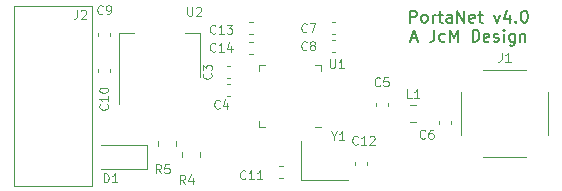
<source format=gbr>
G04 #@! TF.GenerationSoftware,KiCad,Pcbnew,6.0.4+dfsg-1+b1*
G04 #@! TF.CreationDate,2022-05-02T16:53:39-04:00*
G04 #@! TF.ProjectId,PortaNet,506f7274-614e-4657-942e-6b696361645f,4.0*
G04 #@! TF.SameCoordinates,Original*
G04 #@! TF.FileFunction,Legend,Top*
G04 #@! TF.FilePolarity,Positive*
%FSLAX46Y46*%
G04 Gerber Fmt 4.6, Leading zero omitted, Abs format (unit mm)*
G04 Created by KiCad (PCBNEW 6.0.4+dfsg-1+b1) date 2022-05-02 16:53:39*
%MOMM*%
%LPD*%
G01*
G04 APERTURE LIST*
%ADD10C,0.150000*%
%ADD11C,0.100000*%
%ADD12C,0.120000*%
G04 APERTURE END LIST*
D10*
X172974619Y-65179380D02*
X172974619Y-64179380D01*
X173355571Y-64179380D01*
X173450809Y-64227000D01*
X173498428Y-64274619D01*
X173546047Y-64369857D01*
X173546047Y-64512714D01*
X173498428Y-64607952D01*
X173450809Y-64655571D01*
X173355571Y-64703190D01*
X172974619Y-64703190D01*
X174117476Y-65179380D02*
X174022238Y-65131761D01*
X173974619Y-65084142D01*
X173927000Y-64988904D01*
X173927000Y-64703190D01*
X173974619Y-64607952D01*
X174022238Y-64560333D01*
X174117476Y-64512714D01*
X174260333Y-64512714D01*
X174355571Y-64560333D01*
X174403190Y-64607952D01*
X174450809Y-64703190D01*
X174450809Y-64988904D01*
X174403190Y-65084142D01*
X174355571Y-65131761D01*
X174260333Y-65179380D01*
X174117476Y-65179380D01*
X174879380Y-65179380D02*
X174879380Y-64512714D01*
X174879380Y-64703190D02*
X174927000Y-64607952D01*
X174974619Y-64560333D01*
X175069857Y-64512714D01*
X175165095Y-64512714D01*
X175355571Y-64512714D02*
X175736523Y-64512714D01*
X175498428Y-64179380D02*
X175498428Y-65036523D01*
X175546047Y-65131761D01*
X175641285Y-65179380D01*
X175736523Y-65179380D01*
X176498428Y-65179380D02*
X176498428Y-64655571D01*
X176450809Y-64560333D01*
X176355571Y-64512714D01*
X176165095Y-64512714D01*
X176069857Y-64560333D01*
X176498428Y-65131761D02*
X176403190Y-65179380D01*
X176165095Y-65179380D01*
X176069857Y-65131761D01*
X176022238Y-65036523D01*
X176022238Y-64941285D01*
X176069857Y-64846047D01*
X176165095Y-64798428D01*
X176403190Y-64798428D01*
X176498428Y-64750809D01*
X176974619Y-65179380D02*
X176974619Y-64179380D01*
X177546047Y-65179380D01*
X177546047Y-64179380D01*
X178403190Y-65131761D02*
X178307952Y-65179380D01*
X178117476Y-65179380D01*
X178022238Y-65131761D01*
X177974619Y-65036523D01*
X177974619Y-64655571D01*
X178022238Y-64560333D01*
X178117476Y-64512714D01*
X178307952Y-64512714D01*
X178403190Y-64560333D01*
X178450809Y-64655571D01*
X178450809Y-64750809D01*
X177974619Y-64846047D01*
X178736523Y-64512714D02*
X179117476Y-64512714D01*
X178879380Y-64179380D02*
X178879380Y-65036523D01*
X178927000Y-65131761D01*
X179022238Y-65179380D01*
X179117476Y-65179380D01*
X180117476Y-64512714D02*
X180355571Y-65179380D01*
X180593666Y-64512714D01*
X181403190Y-64512714D02*
X181403190Y-65179380D01*
X181165095Y-64131761D02*
X180927000Y-64846047D01*
X181546047Y-64846047D01*
X181927000Y-65084142D02*
X181974619Y-65131761D01*
X181927000Y-65179380D01*
X181879380Y-65131761D01*
X181927000Y-65084142D01*
X181927000Y-65179380D01*
X182593666Y-64179380D02*
X182688904Y-64179380D01*
X182784142Y-64227000D01*
X182831761Y-64274619D01*
X182879380Y-64369857D01*
X182927000Y-64560333D01*
X182927000Y-64798428D01*
X182879380Y-64988904D01*
X182831761Y-65084142D01*
X182784142Y-65131761D01*
X182688904Y-65179380D01*
X182593666Y-65179380D01*
X182498428Y-65131761D01*
X182450809Y-65084142D01*
X182403190Y-64988904D01*
X182355571Y-64798428D01*
X182355571Y-64560333D01*
X182403190Y-64369857D01*
X182450809Y-64274619D01*
X182498428Y-64227000D01*
X182593666Y-64179380D01*
X173069857Y-66503666D02*
X173546047Y-66503666D01*
X172974619Y-66789380D02*
X173307952Y-65789380D01*
X173641285Y-66789380D01*
X175022238Y-65789380D02*
X175022238Y-66503666D01*
X174974619Y-66646523D01*
X174879380Y-66741761D01*
X174736523Y-66789380D01*
X174641285Y-66789380D01*
X175927000Y-66741761D02*
X175831761Y-66789380D01*
X175641285Y-66789380D01*
X175546047Y-66741761D01*
X175498428Y-66694142D01*
X175450809Y-66598904D01*
X175450809Y-66313190D01*
X175498428Y-66217952D01*
X175546047Y-66170333D01*
X175641285Y-66122714D01*
X175831761Y-66122714D01*
X175927000Y-66170333D01*
X176355571Y-66789380D02*
X176355571Y-65789380D01*
X176688904Y-66503666D01*
X177022238Y-65789380D01*
X177022238Y-66789380D01*
X178260333Y-66789380D02*
X178260333Y-65789380D01*
X178498428Y-65789380D01*
X178641285Y-65837000D01*
X178736523Y-65932238D01*
X178784142Y-66027476D01*
X178831761Y-66217952D01*
X178831761Y-66360809D01*
X178784142Y-66551285D01*
X178736523Y-66646523D01*
X178641285Y-66741761D01*
X178498428Y-66789380D01*
X178260333Y-66789380D01*
X179641285Y-66741761D02*
X179546047Y-66789380D01*
X179355571Y-66789380D01*
X179260333Y-66741761D01*
X179212714Y-66646523D01*
X179212714Y-66265571D01*
X179260333Y-66170333D01*
X179355571Y-66122714D01*
X179546047Y-66122714D01*
X179641285Y-66170333D01*
X179688904Y-66265571D01*
X179688904Y-66360809D01*
X179212714Y-66456047D01*
X180069857Y-66741761D02*
X180165095Y-66789380D01*
X180355571Y-66789380D01*
X180450809Y-66741761D01*
X180498428Y-66646523D01*
X180498428Y-66598904D01*
X180450809Y-66503666D01*
X180355571Y-66456047D01*
X180212714Y-66456047D01*
X180117476Y-66408428D01*
X180069857Y-66313190D01*
X180069857Y-66265571D01*
X180117476Y-66170333D01*
X180212714Y-66122714D01*
X180355571Y-66122714D01*
X180450809Y-66170333D01*
X180927000Y-66789380D02*
X180927000Y-66122714D01*
X180927000Y-65789380D02*
X180879380Y-65837000D01*
X180927000Y-65884619D01*
X180974619Y-65837000D01*
X180927000Y-65789380D01*
X180927000Y-65884619D01*
X181831761Y-66122714D02*
X181831761Y-66932238D01*
X181784142Y-67027476D01*
X181736523Y-67075095D01*
X181641285Y-67122714D01*
X181498428Y-67122714D01*
X181403190Y-67075095D01*
X181831761Y-66741761D02*
X181736523Y-66789380D01*
X181546047Y-66789380D01*
X181450809Y-66741761D01*
X181403190Y-66694142D01*
X181355571Y-66598904D01*
X181355571Y-66313190D01*
X181403190Y-66217952D01*
X181450809Y-66170333D01*
X181546047Y-66122714D01*
X181736523Y-66122714D01*
X181831761Y-66170333D01*
X182307952Y-66122714D02*
X182307952Y-66789380D01*
X182307952Y-66217952D02*
X182355571Y-66170333D01*
X182450809Y-66122714D01*
X182593666Y-66122714D01*
X182688904Y-66170333D01*
X182736523Y-66265571D01*
X182736523Y-66789380D01*
D11*
X151894000Y-77936285D02*
X151644000Y-77579142D01*
X151465428Y-77936285D02*
X151465428Y-77186285D01*
X151751142Y-77186285D01*
X151822571Y-77222000D01*
X151858285Y-77257714D01*
X151894000Y-77329142D01*
X151894000Y-77436285D01*
X151858285Y-77507714D01*
X151822571Y-77543428D01*
X151751142Y-77579142D01*
X151465428Y-77579142D01*
X152572571Y-77186285D02*
X152215428Y-77186285D01*
X152179714Y-77543428D01*
X152215428Y-77507714D01*
X152286857Y-77472000D01*
X152465428Y-77472000D01*
X152536857Y-77507714D01*
X152572571Y-77543428D01*
X152608285Y-77614857D01*
X152608285Y-77793428D01*
X152572571Y-77864857D01*
X152536857Y-77900571D01*
X152465428Y-77936285D01*
X152286857Y-77936285D01*
X152215428Y-77900571D01*
X152179714Y-77864857D01*
X153926000Y-78825285D02*
X153676000Y-78468142D01*
X153497428Y-78825285D02*
X153497428Y-78075285D01*
X153783142Y-78075285D01*
X153854571Y-78111000D01*
X153890285Y-78146714D01*
X153926000Y-78218142D01*
X153926000Y-78325285D01*
X153890285Y-78396714D01*
X153854571Y-78432428D01*
X153783142Y-78468142D01*
X153497428Y-78468142D01*
X154568857Y-78325285D02*
X154568857Y-78825285D01*
X154390285Y-78039571D02*
X154211714Y-78575285D01*
X154676000Y-78575285D01*
X156489857Y-67577857D02*
X156454142Y-67613571D01*
X156347000Y-67649285D01*
X156275571Y-67649285D01*
X156168428Y-67613571D01*
X156097000Y-67542142D01*
X156061285Y-67470714D01*
X156025571Y-67327857D01*
X156025571Y-67220714D01*
X156061285Y-67077857D01*
X156097000Y-67006428D01*
X156168428Y-66935000D01*
X156275571Y-66899285D01*
X156347000Y-66899285D01*
X156454142Y-66935000D01*
X156489857Y-66970714D01*
X157204142Y-67649285D02*
X156775571Y-67649285D01*
X156989857Y-67649285D02*
X156989857Y-66899285D01*
X156918428Y-67006428D01*
X156847000Y-67077857D01*
X156775571Y-67113571D01*
X157847000Y-67149285D02*
X157847000Y-67649285D01*
X157668428Y-66863571D02*
X157489857Y-67399285D01*
X157954142Y-67399285D01*
X156489857Y-66053857D02*
X156454142Y-66089571D01*
X156347000Y-66125285D01*
X156275571Y-66125285D01*
X156168428Y-66089571D01*
X156097000Y-66018142D01*
X156061285Y-65946714D01*
X156025571Y-65803857D01*
X156025571Y-65696714D01*
X156061285Y-65553857D01*
X156097000Y-65482428D01*
X156168428Y-65411000D01*
X156275571Y-65375285D01*
X156347000Y-65375285D01*
X156454142Y-65411000D01*
X156489857Y-65446714D01*
X157204142Y-66125285D02*
X156775571Y-66125285D01*
X156989857Y-66125285D02*
X156989857Y-65375285D01*
X156918428Y-65482428D01*
X156847000Y-65553857D01*
X156775571Y-65589571D01*
X157454142Y-65375285D02*
X157918428Y-65375285D01*
X157668428Y-65661000D01*
X157775571Y-65661000D01*
X157847000Y-65696714D01*
X157882714Y-65732428D01*
X157918428Y-65803857D01*
X157918428Y-65982428D01*
X157882714Y-66053857D01*
X157847000Y-66089571D01*
X157775571Y-66125285D01*
X157561285Y-66125285D01*
X157489857Y-66089571D01*
X157454142Y-66053857D01*
X164213000Y-67450857D02*
X164177285Y-67486571D01*
X164070142Y-67522285D01*
X163998714Y-67522285D01*
X163891571Y-67486571D01*
X163820142Y-67415142D01*
X163784428Y-67343714D01*
X163748714Y-67200857D01*
X163748714Y-67093714D01*
X163784428Y-66950857D01*
X163820142Y-66879428D01*
X163891571Y-66808000D01*
X163998714Y-66772285D01*
X164070142Y-66772285D01*
X164177285Y-66808000D01*
X164213000Y-66843714D01*
X164641571Y-67093714D02*
X164570142Y-67058000D01*
X164534428Y-67022285D01*
X164498714Y-66950857D01*
X164498714Y-66915142D01*
X164534428Y-66843714D01*
X164570142Y-66808000D01*
X164641571Y-66772285D01*
X164784428Y-66772285D01*
X164855857Y-66808000D01*
X164891571Y-66843714D01*
X164927285Y-66915142D01*
X164927285Y-66950857D01*
X164891571Y-67022285D01*
X164855857Y-67058000D01*
X164784428Y-67093714D01*
X164641571Y-67093714D01*
X164570142Y-67129428D01*
X164534428Y-67165142D01*
X164498714Y-67236571D01*
X164498714Y-67379428D01*
X164534428Y-67450857D01*
X164570142Y-67486571D01*
X164641571Y-67522285D01*
X164784428Y-67522285D01*
X164855857Y-67486571D01*
X164891571Y-67450857D01*
X164927285Y-67379428D01*
X164927285Y-67236571D01*
X164891571Y-67165142D01*
X164855857Y-67129428D01*
X164784428Y-67093714D01*
X164213000Y-65926857D02*
X164177285Y-65962571D01*
X164070142Y-65998285D01*
X163998714Y-65998285D01*
X163891571Y-65962571D01*
X163820142Y-65891142D01*
X163784428Y-65819714D01*
X163748714Y-65676857D01*
X163748714Y-65569714D01*
X163784428Y-65426857D01*
X163820142Y-65355428D01*
X163891571Y-65284000D01*
X163998714Y-65248285D01*
X164070142Y-65248285D01*
X164177285Y-65284000D01*
X164213000Y-65319714D01*
X164463000Y-65248285D02*
X164963000Y-65248285D01*
X164641571Y-65998285D01*
X180725000Y-67737285D02*
X180725000Y-68273000D01*
X180689285Y-68380142D01*
X180617857Y-68451571D01*
X180510714Y-68487285D01*
X180439285Y-68487285D01*
X181475000Y-68487285D02*
X181046428Y-68487285D01*
X181260714Y-68487285D02*
X181260714Y-67737285D01*
X181189285Y-67844428D01*
X181117857Y-67915857D01*
X181046428Y-67951571D01*
X173103000Y-71587285D02*
X172745857Y-71587285D01*
X172745857Y-70837285D01*
X173745857Y-71587285D02*
X173317285Y-71587285D01*
X173531571Y-71587285D02*
X173531571Y-70837285D01*
X173460142Y-70944428D01*
X173388714Y-71015857D01*
X173317285Y-71051571D01*
X156847000Y-72403857D02*
X156811285Y-72439571D01*
X156704142Y-72475285D01*
X156632714Y-72475285D01*
X156525571Y-72439571D01*
X156454142Y-72368142D01*
X156418428Y-72296714D01*
X156382714Y-72153857D01*
X156382714Y-72046714D01*
X156418428Y-71903857D01*
X156454142Y-71832428D01*
X156525571Y-71761000D01*
X156632714Y-71725285D01*
X156704142Y-71725285D01*
X156811285Y-71761000D01*
X156847000Y-71796714D01*
X157489857Y-71975285D02*
X157489857Y-72475285D01*
X157311285Y-71689571D02*
X157132714Y-72225285D01*
X157597000Y-72225285D01*
X144784000Y-64105285D02*
X144784000Y-64641000D01*
X144748285Y-64748142D01*
X144676857Y-64819571D01*
X144569714Y-64855285D01*
X144498285Y-64855285D01*
X145105428Y-64176714D02*
X145141142Y-64141000D01*
X145212571Y-64105285D01*
X145391142Y-64105285D01*
X145462571Y-64141000D01*
X145498285Y-64176714D01*
X145534000Y-64248142D01*
X145534000Y-64319571D01*
X145498285Y-64426714D01*
X145069714Y-64855285D01*
X145534000Y-64855285D01*
X174246000Y-74943857D02*
X174210285Y-74979571D01*
X174103142Y-75015285D01*
X174031714Y-75015285D01*
X173924571Y-74979571D01*
X173853142Y-74908142D01*
X173817428Y-74836714D01*
X173781714Y-74693857D01*
X173781714Y-74586714D01*
X173817428Y-74443857D01*
X173853142Y-74372428D01*
X173924571Y-74301000D01*
X174031714Y-74265285D01*
X174103142Y-74265285D01*
X174210285Y-74301000D01*
X174246000Y-74336714D01*
X174888857Y-74265285D02*
X174746000Y-74265285D01*
X174674571Y-74301000D01*
X174638857Y-74336714D01*
X174567428Y-74443857D01*
X174531714Y-74586714D01*
X174531714Y-74872428D01*
X174567428Y-74943857D01*
X174603142Y-74979571D01*
X174674571Y-75015285D01*
X174817428Y-75015285D01*
X174888857Y-74979571D01*
X174924571Y-74943857D01*
X174960285Y-74872428D01*
X174960285Y-74693857D01*
X174924571Y-74622428D01*
X174888857Y-74586714D01*
X174817428Y-74551000D01*
X174674571Y-74551000D01*
X174603142Y-74586714D01*
X174567428Y-74622428D01*
X174531714Y-74693857D01*
X156096857Y-69467000D02*
X156132571Y-69502714D01*
X156168285Y-69609857D01*
X156168285Y-69681285D01*
X156132571Y-69788428D01*
X156061142Y-69859857D01*
X155989714Y-69895571D01*
X155846857Y-69931285D01*
X155739714Y-69931285D01*
X155596857Y-69895571D01*
X155525428Y-69859857D01*
X155454000Y-69788428D01*
X155418285Y-69681285D01*
X155418285Y-69609857D01*
X155454000Y-69502714D01*
X155489714Y-69467000D01*
X155418285Y-69217000D02*
X155418285Y-68752714D01*
X155704000Y-69002714D01*
X155704000Y-68895571D01*
X155739714Y-68824142D01*
X155775428Y-68788428D01*
X155846857Y-68752714D01*
X156025428Y-68752714D01*
X156096857Y-68788428D01*
X156132571Y-68824142D01*
X156168285Y-68895571D01*
X156168285Y-69109857D01*
X156132571Y-69181285D01*
X156096857Y-69217000D01*
X166179571Y-68296285D02*
X166179571Y-68903428D01*
X166215285Y-68974857D01*
X166251000Y-69010571D01*
X166322428Y-69046285D01*
X166465285Y-69046285D01*
X166536714Y-69010571D01*
X166572428Y-68974857D01*
X166608142Y-68903428D01*
X166608142Y-68296285D01*
X167358142Y-69046285D02*
X166929571Y-69046285D01*
X167143857Y-69046285D02*
X167143857Y-68296285D01*
X167072428Y-68403428D01*
X167001000Y-68474857D01*
X166929571Y-68510571D01*
X147333857Y-72110142D02*
X147369571Y-72145857D01*
X147405285Y-72253000D01*
X147405285Y-72324428D01*
X147369571Y-72431571D01*
X147298142Y-72503000D01*
X147226714Y-72538714D01*
X147083857Y-72574428D01*
X146976714Y-72574428D01*
X146833857Y-72538714D01*
X146762428Y-72503000D01*
X146691000Y-72431571D01*
X146655285Y-72324428D01*
X146655285Y-72253000D01*
X146691000Y-72145857D01*
X146726714Y-72110142D01*
X147405285Y-71395857D02*
X147405285Y-71824428D01*
X147405285Y-71610142D02*
X146655285Y-71610142D01*
X146762428Y-71681571D01*
X146833857Y-71753000D01*
X146869571Y-71824428D01*
X146655285Y-70931571D02*
X146655285Y-70860142D01*
X146691000Y-70788714D01*
X146726714Y-70753000D01*
X146798142Y-70717285D01*
X146941000Y-70681571D01*
X147119571Y-70681571D01*
X147262428Y-70717285D01*
X147333857Y-70753000D01*
X147369571Y-70788714D01*
X147405285Y-70860142D01*
X147405285Y-70931571D01*
X147369571Y-71003000D01*
X147333857Y-71038714D01*
X147262428Y-71074428D01*
X147119571Y-71110142D01*
X146941000Y-71110142D01*
X146798142Y-71074428D01*
X146726714Y-71038714D01*
X146691000Y-71003000D01*
X146655285Y-70931571D01*
X154114571Y-63851285D02*
X154114571Y-64458428D01*
X154150285Y-64529857D01*
X154186000Y-64565571D01*
X154257428Y-64601285D01*
X154400285Y-64601285D01*
X154471714Y-64565571D01*
X154507428Y-64529857D01*
X154543142Y-64458428D01*
X154543142Y-63851285D01*
X154864571Y-63922714D02*
X154900285Y-63887000D01*
X154971714Y-63851285D01*
X155150285Y-63851285D01*
X155221714Y-63887000D01*
X155257428Y-63922714D01*
X155293142Y-63994142D01*
X155293142Y-64065571D01*
X155257428Y-64172714D01*
X154828857Y-64601285D01*
X155293142Y-64601285D01*
X170436000Y-70498857D02*
X170400285Y-70534571D01*
X170293142Y-70570285D01*
X170221714Y-70570285D01*
X170114571Y-70534571D01*
X170043142Y-70463142D01*
X170007428Y-70391714D01*
X169971714Y-70248857D01*
X169971714Y-70141714D01*
X170007428Y-69998857D01*
X170043142Y-69927428D01*
X170114571Y-69856000D01*
X170221714Y-69820285D01*
X170293142Y-69820285D01*
X170400285Y-69856000D01*
X170436000Y-69891714D01*
X171114571Y-69820285D02*
X170757428Y-69820285D01*
X170721714Y-70177428D01*
X170757428Y-70141714D01*
X170828857Y-70106000D01*
X171007428Y-70106000D01*
X171078857Y-70141714D01*
X171114571Y-70177428D01*
X171150285Y-70248857D01*
X171150285Y-70427428D01*
X171114571Y-70498857D01*
X171078857Y-70534571D01*
X171007428Y-70570285D01*
X170828857Y-70570285D01*
X170757428Y-70534571D01*
X170721714Y-70498857D01*
X166520857Y-74785142D02*
X166520857Y-75142285D01*
X166270857Y-74392285D02*
X166520857Y-74785142D01*
X166770857Y-74392285D01*
X167413714Y-75142285D02*
X166985142Y-75142285D01*
X167199428Y-75142285D02*
X167199428Y-74392285D01*
X167128000Y-74499428D01*
X167056571Y-74570857D01*
X166985142Y-74606571D01*
X168554857Y-75451857D02*
X168519142Y-75487571D01*
X168412000Y-75523285D01*
X168340571Y-75523285D01*
X168233428Y-75487571D01*
X168162000Y-75416142D01*
X168126285Y-75344714D01*
X168090571Y-75201857D01*
X168090571Y-75094714D01*
X168126285Y-74951857D01*
X168162000Y-74880428D01*
X168233428Y-74809000D01*
X168340571Y-74773285D01*
X168412000Y-74773285D01*
X168519142Y-74809000D01*
X168554857Y-74844714D01*
X169269142Y-75523285D02*
X168840571Y-75523285D01*
X169054857Y-75523285D02*
X169054857Y-74773285D01*
X168983428Y-74880428D01*
X168912000Y-74951857D01*
X168840571Y-74987571D01*
X169554857Y-74844714D02*
X169590571Y-74809000D01*
X169662000Y-74773285D01*
X169840571Y-74773285D01*
X169912000Y-74809000D01*
X169947714Y-74844714D01*
X169983428Y-74916142D01*
X169983428Y-74987571D01*
X169947714Y-75094714D01*
X169519142Y-75523285D01*
X169983428Y-75523285D01*
X159029857Y-78372857D02*
X158994142Y-78408571D01*
X158887000Y-78444285D01*
X158815571Y-78444285D01*
X158708428Y-78408571D01*
X158637000Y-78337142D01*
X158601285Y-78265714D01*
X158565571Y-78122857D01*
X158565571Y-78015714D01*
X158601285Y-77872857D01*
X158637000Y-77801428D01*
X158708428Y-77730000D01*
X158815571Y-77694285D01*
X158887000Y-77694285D01*
X158994142Y-77730000D01*
X159029857Y-77765714D01*
X159744142Y-78444285D02*
X159315571Y-78444285D01*
X159529857Y-78444285D02*
X159529857Y-77694285D01*
X159458428Y-77801428D01*
X159387000Y-77872857D01*
X159315571Y-77908571D01*
X160458428Y-78444285D02*
X160029857Y-78444285D01*
X160244142Y-78444285D02*
X160244142Y-77694285D01*
X160172714Y-77801428D01*
X160101285Y-77872857D01*
X160029857Y-77908571D01*
X146941000Y-64402857D02*
X146905285Y-64438571D01*
X146798142Y-64474285D01*
X146726714Y-64474285D01*
X146619571Y-64438571D01*
X146548142Y-64367142D01*
X146512428Y-64295714D01*
X146476714Y-64152857D01*
X146476714Y-64045714D01*
X146512428Y-63902857D01*
X146548142Y-63831428D01*
X146619571Y-63760000D01*
X146726714Y-63724285D01*
X146798142Y-63724285D01*
X146905285Y-63760000D01*
X146941000Y-63795714D01*
X147298142Y-64474285D02*
X147441000Y-64474285D01*
X147512428Y-64438571D01*
X147548142Y-64402857D01*
X147619571Y-64295714D01*
X147655285Y-64152857D01*
X147655285Y-63867142D01*
X147619571Y-63795714D01*
X147583857Y-63760000D01*
X147512428Y-63724285D01*
X147369571Y-63724285D01*
X147298142Y-63760000D01*
X147262428Y-63795714D01*
X147226714Y-63867142D01*
X147226714Y-64045714D01*
X147262428Y-64117142D01*
X147298142Y-64152857D01*
X147369571Y-64188571D01*
X147512428Y-64188571D01*
X147583857Y-64152857D01*
X147619571Y-64117142D01*
X147655285Y-64045714D01*
X147020428Y-78698285D02*
X147020428Y-77948285D01*
X147199000Y-77948285D01*
X147306142Y-77984000D01*
X147377571Y-78055428D01*
X147413285Y-78126857D01*
X147449000Y-78269714D01*
X147449000Y-78376857D01*
X147413285Y-78519714D01*
X147377571Y-78591142D01*
X147306142Y-78662571D01*
X147199000Y-78698285D01*
X147020428Y-78698285D01*
X148163285Y-78698285D02*
X147734714Y-78698285D01*
X147949000Y-78698285D02*
X147949000Y-77948285D01*
X147877571Y-78055428D01*
X147806142Y-78126857D01*
X147734714Y-78162571D01*
D12*
X153135000Y-75665064D02*
X153135000Y-75210936D01*
X151665000Y-75665064D02*
X151665000Y-75210936D01*
X153697000Y-76554064D02*
X153697000Y-76099936D01*
X155167000Y-76554064D02*
X155167000Y-76099936D01*
X159652580Y-66800000D02*
X159371420Y-66800000D01*
X159652580Y-67820000D02*
X159371420Y-67820000D01*
X159652580Y-65149000D02*
X159371420Y-65149000D01*
X159652580Y-66169000D02*
X159371420Y-66169000D01*
X166637580Y-66673000D02*
X166356420Y-66673000D01*
X166637580Y-67693000D02*
X166356420Y-67693000D01*
X166637580Y-66169000D02*
X166356420Y-66169000D01*
X166637580Y-65149000D02*
X166356420Y-65149000D01*
X177295000Y-71098000D02*
X177295000Y-74698000D01*
X179175000Y-76578000D02*
X182775000Y-76578000D01*
X184655000Y-71098000D02*
X184655000Y-74698000D01*
X179175000Y-69218000D02*
X182775000Y-69218000D01*
X172966748Y-73608000D02*
X173489252Y-73608000D01*
X172966748Y-72188000D02*
X173489252Y-72188000D01*
X157747580Y-70356000D02*
X157466420Y-70356000D01*
X157747580Y-71376000D02*
X157466420Y-71376000D01*
X146066000Y-63754000D02*
X139446000Y-63754000D01*
X146066000Y-78994000D02*
X146066000Y-63754000D01*
X139446000Y-78994000D02*
X146066000Y-78994000D01*
X139446000Y-63754000D02*
X139446000Y-78994000D01*
X175385000Y-73519420D02*
X175385000Y-73800580D01*
X176405000Y-73519420D02*
X176405000Y-73800580D01*
X157747580Y-69852000D02*
X157466420Y-69852000D01*
X157747580Y-68832000D02*
X157466420Y-68832000D01*
X160204000Y-73984000D02*
X160204000Y-73509000D01*
X164949000Y-73984000D02*
X165424000Y-73984000D01*
X160679000Y-68764000D02*
X160204000Y-68764000D01*
X160204000Y-68764000D02*
X160204000Y-69239000D01*
X164949000Y-68764000D02*
X165424000Y-68764000D01*
X165424000Y-68764000D02*
X165424000Y-69239000D01*
X160679000Y-73984000D02*
X160204000Y-73984000D01*
X147576000Y-69355580D02*
X147576000Y-69074420D01*
X146556000Y-69355580D02*
X146556000Y-69074420D01*
X148355000Y-72045000D02*
X148355000Y-66035000D01*
X155175000Y-66035000D02*
X153915000Y-66035000D01*
X148355000Y-66035000D02*
X149615000Y-66035000D01*
X155175000Y-69795000D02*
X155175000Y-66035000D01*
X170051000Y-72276580D02*
X170051000Y-71995420D01*
X171071000Y-72276580D02*
X171071000Y-71995420D01*
X163735000Y-75185000D02*
X163735000Y-78485000D01*
X163735000Y-78485000D02*
X167735000Y-78485000D01*
X169293000Y-76948420D02*
X169293000Y-77229580D01*
X168273000Y-76948420D02*
X168273000Y-77229580D01*
X162192580Y-77341000D02*
X161911420Y-77341000D01*
X162192580Y-78361000D02*
X161911420Y-78361000D01*
X146556000Y-66307580D02*
X146556000Y-66026420D01*
X147576000Y-66307580D02*
X147576000Y-66026420D01*
X150663000Y-75581000D02*
X146813000Y-75581000D01*
X150663000Y-77581000D02*
X150663000Y-75581000D01*
X150663000Y-77581000D02*
X146813000Y-77581000D01*
M02*

</source>
